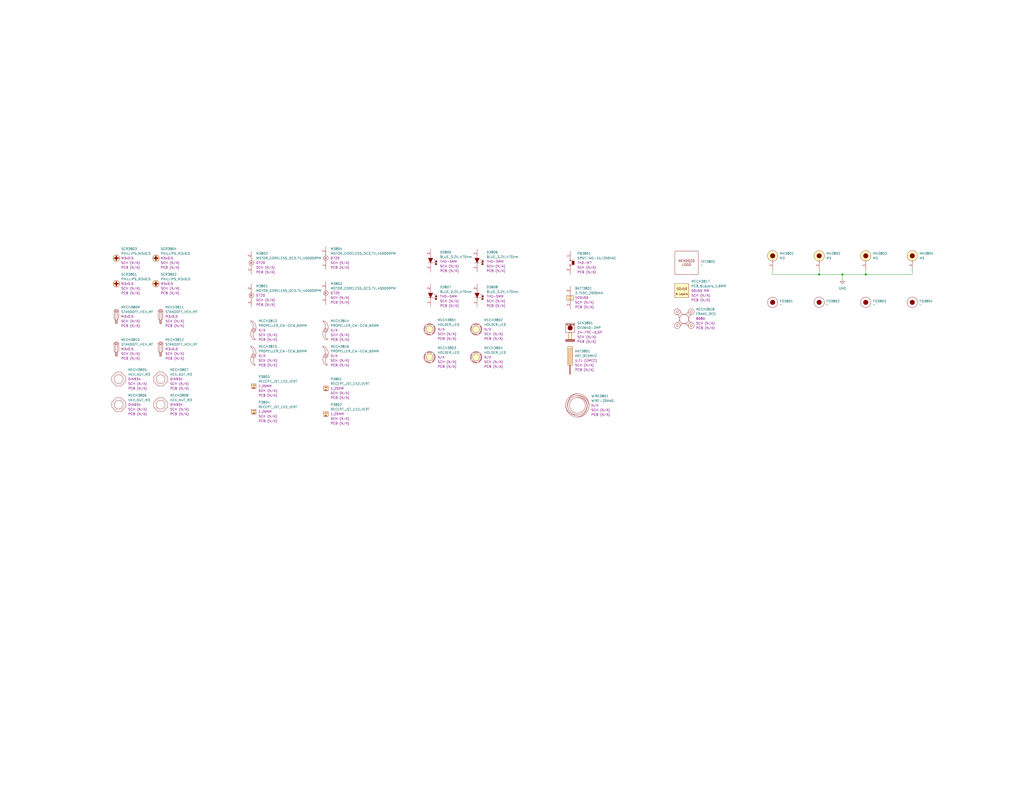
<source format=kicad_sch>
(kicad_sch (version 20231120) (generator "eeschema") (generator_version "8.0")
  (paper "C")
  (title_block (title "_HW_Quadcopter") (date "2024-03-27") (rev "01") (company "Mend0z0") (comment 1 "01") (comment 2 "RELEASED") (comment 3 "Siavash Taher Parvar") (comment 8 "N/A") (comment 9 "First Version"))
  (junction (at 459.74 149.86))
  (junction (at 472.44 149.86))
  (junction (at 447.04 149.86))
  (wire (pts (xy 421.64 149.86) (xy 421.64 147.32)))
  (wire (pts (xy 472.44 147.32) (xy 472.44 149.86)))
  (wire (pts (xy 459.74 149.86) (xy 459.74 152.4)))
  (wire (pts (xy 447.04 149.86) (xy 421.64 149.86)))
  (wire (pts (xy 459.74 149.86) (xy 447.04 149.86)))
  (wire (pts (xy 447.04 147.32) (xy 447.04 149.86)))
  (wire (pts (xy 497.84 149.86) (xy 472.44 149.86)))
  (wire (pts (xy 472.44 149.86) (xy 459.74 149.86)))
  (wire (pts (xy 497.84 147.32) (xy 497.84 149.86)))
  (symbol (lib_id "_SCHLIB_Qcopter:MECH_SPST_PUSHBUTTON_1A/250VAC_M7") (at 311.15 137.16 270) (unit 1) (on_board no)
    (property "Reference" "PB3801" (at 314.96 138.4299 90) (effects (justify left)))
    (property "Value" "SPST-NO-1A/250VAC" (at 314.96 140.9699 90) (effects (justify left)))
    (property "Datasheet" "N/A" (effects (hide yes)))
    (property "Description" "DMWD 12-Pack 1A 250VAC 7mm Mini Momentary Push Button Switch 2Pins with Pre-soldered Wire SPST Normal Open NO Micro Switch (6pcs Black+6pcs Red)" (effects (hide yes)))
    (property "Package" "THD-M7" (at 314.96 143.5099 90) (effects (justify left)))
    (property "Part Number (Manufacturer)" "N/A" (effects (hide yes)))
    (property "Manufacturer" "N/A" (effects (hide yes)))
    (property "Part Number (Vendor)" "N/A" (effects (hide yes)))
    (property "Vendor" "Amazon" (effects (hide yes)))
    (property "Purchase Link" "https://www.amazon.ca/gp/product/B0BHCLHNKR/ref=ppx_yo_dt_b_asin_title_o00_s00?ie=UTF8&th=1" (effects (hide yes)))
    (property "SCH CHECK" "SCH (N/A)" (at 314.96 146.0499 90) (effects (justify left)))
    (property "PCB CHECK" "PCB (N/A)" (at 314.96 148.5899 90) (effects (justify left)))
  )
  (symbol (lib_id "_SCHLIB_Qcopter:MECH_MH_M3") (at 447.04 147.32 90) (unit 1) (in_bom no)
    (property "Reference" "MH3802" (at 450.85 138.4299 90) (effects (justify right)))
    (property "Value" "M3" (at 450.85 140.9699 90) (effects (justify right)))
    (property "Footprint" "MountingHole:MountingHole_3.2mm_M3_DIN965_Pad_TopBottom" (effects (hide yes)))
  )
  (symbol (lib_id "_SCHLIB_Qcopter:MECH_SEN_IMAGE_OV2640_1600x1200_24-FPC-0.5P") (at 308.61 176.53 0) (unit 1) (on_board no)
    (property "Reference" "SEN3801" (at 314.96 176.4029 0) (effects (justify left)))
    (property "Value" "OV2640-2MP" (at 314.96 178.9429 0) (effects (justify left)))
    (property "Datasheet" "http://www.uctronics.com/download/OV2640_DS.pdf" (effects (hide yes)))
    (property "Description" "OV2640 Color CMOS UXGA (2.0 MegaPixel) CAMERACHIP TM Sensor with OmniPixel2 Technology" (effects (hide yes)))
    (property "Package" "24-FPC-0.5P" (at 314.96 181.4829 0) (effects (justify left)))
    (property "Part Number (Manufacturer)" "OV2640" (effects (hide yes)))
    (property "Manufacturer" "ArduCam" (effects (hide yes)))
    (property "Part Number (Vendor)" "N/A" (effects (hide yes)))
    (property "Vendor" "Amazon" (effects (hide yes)))
    (property "Purchase Link" "https://www.amazon.ca/2PCS-OV2640-200W-Pixels-Module/dp/B0CS33Z1WN/ref=sr_1_2_sspa?crid=29H6TFJWFIXS1&dib=eyJ2IjoiMSJ9.e8KftBXN4yh9TMF4yHu5rO3WizhfEZ8fkocqLgX6z9Qvh_2V9Hf7-bax1QrR13DPjW8xJET_knn9uQNpQeoP8fEdYby12yCVp6NCnSCMdVg3RG1RyKfdXHtE0wcuqrtG91ZbIvqjVp0rBDHYxf1Ypl4tMoqhvJhzZBYgCxvR4U5Q-6VdEXoH3542M8BCvESaa6EBt2AaRS26Sr7kHqL--0Wx0sDCbfbzyseaSl5QRg7PvA6FGkrrIITSyYPJqivgMJWo3MMFqBbLbYYEetRHyo4K2fOQDxjbtPtzPXflNug.KKS36mG9HsUj4gLbEktt-vfxlfCY2vBHesUayDkSkJs&dib_tag=se&keywords=ov2640&qid=1711570131&s=industrial&sprefix=ov2640%2Cindustrial%2C81&sr=1-2-spons&sp_csd=d2lkZ2V0TmFtZT1zcF9hdGY&psc=1" (effects (hide yes)))
    (property "SCH CHECK" "SCH (N/A)" (at 314.96 184.0229 0) (effects (justify left)))
    (property "PCB CHECK" "PCB (N/A)" (at 314.96 186.5629 0) (effects (justify left)))
  )
  (symbol (lib_id "_SCHLIB_Qcopter:MECH_PROPELLER_CW-CCW_65MM") (at 175.26 185.42 90) (unit 1) (on_board no)
    (property "Reference" "MECH3814" (at 180.34 175.2599 90) (effects (justify right)))
    (property "Value" "PROPELLER_CW-CCW_65MM" (at 180.34 177.7999 90) (effects (justify right)))
    (property "Datasheet" "N/A" (effects (hide yes)))
    (property "Description" "RC Propellers 65mm CW CCW 2-Vane for 720 8520 Coreless Motor FPV Quadcopter Racer Drone Miniquads, Black Orange 4 Pairs" (effects (hide yes)))
    (property "Package" "N/A" (at 180.34 180.3399 90) (effects (justify right)))
    (property "Part Number (Manufacturer)" "N/A" (effects (hide yes)))
    (property "Manufacturer" "N/A" (effects (hide yes)))
    (property "Part Number (Vendor)" "N/A" (effects (hide yes)))
    (property "Vendor" "Amazon" (effects (hide yes)))
    (property "Purchase Link" "https://www.amazon.ca/XYWHPGV-Propellers-Coreless-Quadcopter-Miniquads/dp/B0CQLT4QXM/ref=sr_1_49?dib=eyJ2IjoiMSJ9.nFFVyHp8aFDzN2nlDarcejHvsw2ElnQaoT5Wlidi1XrNHQ2Nw_bZJdirOHPf8rYkg_SAmaNCfHEjDAAKTWOL5A5kv-Ywfj8DF4jUyDDEME8I6Qs7BUnX2nWq1O7Q_ssgPJz6_EesTWYf_0oIemqBHH6AKPT-lgg1lcZXjwBBEOn836gJz4PrhQZTkYhUApKKGRq__dPVGT8aqGgMZXexwvCqZf0UureSaDdEufAv2ulWhYNgRAzRAxVq4YYE9UNWIHcZIyQ7XxX7eoBbmQc5OWgTbuNpXTMbTLt7qrMf2lw.IRylcAQcJakygQaDl3AZJAr5XmzhgGQRxMXpRIk6aME&dib_tag=se&keywords=0720+coreless+motor+propeller&qid=1711571090&sr=8-49" (effects (hide yes)))
    (property "SCH CHECK" "SCH (N/A)" (at 180.34 182.8799 90) (effects (justify right)))
    (property "PCB CHECK" "PCB (N/A)" (at 180.34 185.4199 90) (effects (justify right)))
  )
  (symbol (lib_id "_SCHLIB_Qcopter:MECH_STANDOFF_HEX_M3x0.5_MALE-FEMALE_BRASS_16MM") (at 86.36 168.91 0) (unit 1) (on_board no)
    (property "Reference" "MECH3811" (at 90.17 167.7451 0) (effects (justify left)))
    (property "Value" "STANDOFF_HEX_MF" (at 90.17 170.2851 0) (effects (justify left)))
    (property "Datasheet" "http://www.assmann-wsw.com/uploads/datasheets/ASS_0912_HS.pdf" (effects (hide yes)))
    (property "Description" "Hex Standoff Threaded M3x0.5 Brass 0.315\" (8.00mm)" (effects (hide yes)))
    (property "Package" "M3x0.5" (at 90.17 172.8251 0) (effects (justify left)))
    (property "Part Number (Manufacturer)" "V6621B" (effects (hide yes)))
    (property "Manufacturer" "Assmann WSW Components" (effects (hide yes)))
    (property "Part Number (Vendor)" "AE10787-ND" (effects (hide yes)))
    (property "Vendor" "Digikey" (effects (hide yes)))
    (property "Purchase Link" "https://www.digikey.ca/en/products/detail/assmann-wsw-components/V6621B/3511465" (effects (hide yes)))
    (property "SCH CHECK" "SCH (N/A)" (at 90.17 175.3651 0) (effects (justify left)))
    (property "PCB CHECK" "PCB (N/A)" (at 90.17 177.9051 0) (effects (justify left)))
  )
  (symbol (lib_id "_SCHLIB_Qcopter:MECH_FRAME_RED_8080") (at 367.03 167.64 0) (unit 1) (on_board no)
    (property "Reference" "MECH3818" (at 379.73 168.9099 0) (effects (justify left)))
    (property "Value" "FRAME_RED" (at 379.73 171.4499 0) (effects (justify left)))
    (property "Datasheet" "N/A" (effects (hide yes)))
    (property "Description" "QCopter Frame 3D Printed 80x80MM" (effects (hide yes)))
    (property "Package" "8080" (at 379.73 173.9899 0) (effects (justify left)))
    (property "Part Number (Manufacturer)" "N/A" (effects (hide yes)))
    (property "Manufacturer" "N/A" (effects (hide yes)))
    (property "Part Number (Vendor)" "N/A" (effects (hide yes)))
    (property "Vendor" "N/A" (effects (hide yes)))
    (property "Purchase Link" "N/A" (effects (hide yes)))
    (property "SCH CHECK" "SCH (N/A)" (at 379.73 176.5299 0) (effects (justify left)))
    (property "PCB CHECK" "PCB (N/A)" (at 379.73 179.0699 0) (effects (justify left)))
  )
  (symbol (lib_id "_SCHLIB_Qcopter:MECH_HOLDER_LED 5MM_BLACK") (at 231.14 176.53 0) (unit 1) (on_board no)
    (property "Reference" "MECH3801" (at 238.76 174.7519 0) (effects (justify left)))
    (property "Value" "HOLDER_LED" (at 238.76 177.2919 0) (effects (justify left)))
    (property "Datasheet" "N/A" (effects (hide yes)))
    (property "Description" "Light Holder Shell Plastic Lamp Socket Diode Holder Shell Clip Bezel Mount 5mm LED Holders Panel Display Black" (effects (hide yes)))
    (property "Package" "N/A" (at 238.76 179.8319 0) (effects (justify left)))
    (property "Part Number (Manufacturer)" "N/A" (effects (hide yes)))
    (property "Manufacturer" "N/A" (effects (hide yes)))
    (property "Part Number (Vendor)" "N/A" (effects (hide yes)))
    (property "Vendor" "Amazon" (effects (hide yes)))
    (property "Purchase Link" "https://www.amazon.ca/dp/B07QL8BWCM?psc=1&ref=ppx_yo2ov_dt_b_product_details" (effects (hide yes)))
    (property "SCH CHECK" "SCH (N/A)" (at 238.76 182.3719 0) (effects (justify left)))
    (property "PCB CHECK" "PCB (N/A)" (at 238.76 184.9119 0) (effects (justify left)))
  )
  (symbol (lib_id "_SCHLIB_Qcopter:MECH_FD") (at 468.63 161.29 0) (unit 1) (in_bom no)
    (property "Reference" "FD3803" (at 476.25 164.4649 0) (effects (justify left)))
    (property "Value" "~" (at 476.25 166.37 0) (effects (justify left)))
    (property "Footprint" "Fiducial:Fiducial_0.5mm_Mask1mm" (effects (hide yes)))
    (property "Description" "FIDUCIAL POINT 0.5MM DIA WITH 1MM MASK" (effects (hide yes)))
  )
  (symbol (lib_id "_SCHLIB_Qcopter:MECH_STANDOFF_HEX_M3x0.5_MALE-FEMALE_BRASS_16MM") (at 62.23 186.69 0) (unit 1) (on_board no)
    (property "Reference" "MECH3810" (at 66.04 185.5251 0) (effects (justify left)))
    (property "Value" "STANDOFF_HEX_MF" (at 66.04 188.0651 0) (effects (justify left)))
    (property "Datasheet" "http://www.assmann-wsw.com/uploads/datasheets/ASS_0912_HS.pdf" (effects (hide yes)))
    (property "Description" "Hex Standoff Threaded M3x0.5 Brass 0.315\" (8.00mm)" (effects (hide yes)))
    (property "Package" "M3x0.5" (at 66.04 190.6051 0) (effects (justify left)))
    (property "Part Number (Manufacturer)" "V6621B" (effects (hide yes)))
    (property "Manufacturer" "Assmann WSW Components" (effects (hide yes)))
    (property "Part Number (Vendor)" "AE10787-ND" (effects (hide yes)))
    (property "Vendor" "Digikey" (effects (hide yes)))
    (property "Purchase Link" "https://www.digikey.ca/en/products/detail/assmann-wsw-components/V6621B/3511465" (effects (hide yes)))
    (property "SCH CHECK" "SCH (N/A)" (at 66.04 193.1451 0) (effects (justify left)))
    (property "PCB CHECK" "PCB (N/A)" (at 66.04 195.6851 0) (effects (justify left)))
  )
  (symbol (lib_id "_SCHLIB_Qcopter:MECH_PROPELLER_CW-CCW_65MM") (at 175.26 199.39 90) (unit 1) (on_board no)
    (property "Reference" "MECH3816" (at 180.34 189.2299 90) (effects (justify right)))
    (property "Value" "PROPELLER_CW-CCW_65MM" (at 180.34 191.7699 90) (effects (justify right)))
    (property "Datasheet" "N/A" (effects (hide yes)))
    (property "Description" "RC Propellers 65mm CW CCW 2-Vane for 720 8520 Coreless Motor FPV Quadcopter Racer Drone Miniquads, Black Orange 4 Pairs" (effects (hide yes)))
    (property "Package" "N/A" (at 180.34 194.3099 90) (effects (justify right)))
    (property "Part Number (Manufacturer)" "N/A" (effects (hide yes)))
    (property "Manufacturer" "N/A" (effects (hide yes)))
    (property "Part Number (Vendor)" "N/A" (effects (hide yes)))
    (property "Vendor" "Amazon" (effects (hide yes)))
    (property "Purchase Link" "https://www.amazon.ca/XYWHPGV-Propellers-Coreless-Quadcopter-Miniquads/dp/B0CQLT4QXM/ref=sr_1_49?dib=eyJ2IjoiMSJ9.nFFVyHp8aFDzN2nlDarcejHvsw2ElnQaoT5Wlidi1XrNHQ2Nw_bZJdirOHPf8rYkg_SAmaNCfHEjDAAKTWOL5A5kv-Ywfj8DF4jUyDDEME8I6Qs7BUnX2nWq1O7Q_ssgPJz6_EesTWYf_0oIemqBHH6AKPT-lgg1lcZXjwBBEOn836gJz4PrhQZTkYhUApKKGRq__dPVGT8aqGgMZXexwvCqZf0UureSaDdEufAv2ulWhYNgRAzRAxVq4YYE9UNWIHcZIyQ7XxX7eoBbmQc5OWgTbuNpXTMbTLt7qrMf2lw.IRylcAQcJakygQaDl3AZJAr5XmzhgGQRxMXpRIk6aME&dib_tag=se&keywords=0720+coreless+motor+propeller&qid=1711571090&sr=8-49" (effects (hide yes)))
    (property "SCH CHECK" "SCH (N/A)" (at 180.34 196.8499 90) (effects (justify right)))
    (property "PCB CHECK" "PCB (N/A)" (at 180.34 199.3899 90) (effects (justify right)))
  )
  (symbol (lib_id "_SCHLIB_Qcopter:MECH_ANT_915MHz_PCB Trace RF_U.FL (UMCC)") (at 309.88 204.47 90) (unit 1) (on_board no)
    (property "Reference" "ANT3801" (at 313.69 191.7699 90) (effects (justify right)))
    (property "Value" "ANT_915MHZ" (at 313.69 194.3099 90) (effects (justify right)))
    (property "Datasheet" "https://www.molex.com/webdocs/datasheets/pdf/en-us/2111400100_ANTENNAS.pdf" (effects (hide yes)))
    (property "Description" "869MHz, 915MHz ISM, LoRa, LPWAN, Sigfox, Zigbee™ PCB Trace RF Antenna 868MHz ~ 870MHz, 902MHz ~ 928MHz 0.3dBi, 1dBi U.FL (UMCC), IPEX MHF1 Adhesive" (effects (hide yes)))
    (property "Package" "U.FL (UMCC)" (at 313.69 196.8499 90) (effects (justify right)))
    (property "Part Number (Manufacturer)" "2111400100" (effects (hide yes)))
    (property "Manufacturer" "Molex" (effects (hide yes)))
    (property "Part Number (Vendor)" "WM25681-ND" (effects (hide yes)))
    (property "Vendor" "Digikey" (effects (hide yes)))
    (property "Purchase Link" "https://www.digikey.ca/en/products/detail/molex/2111400100/9953925" (effects (hide yes)))
    (property "SCH CHECK" "SCH (N/A)" (at 313.69 199.3899 90) (effects (justify right)))
    (property "PCB CHECK" "PCB (N/A)" (at 313.69 201.9299 90) (effects (justify right)))
  )
  (symbol (lib_id "_SCHLIB_Qcopter:MECH_MOTOR_CORELESS_DC_3.7V_45000 RPM_D07MM-H20MM") (at 137.16 149.86 90) (unit 1) (on_board no)
    (property "Reference" "M3803" (at 139.7 138.4299 90) (effects (justify right)))
    (property "Value" "MOTOR_CORELESS_DC3.7V_45000RPM" (at 139.7 140.9699 90) (effects (justify right)))
    (property "Datasheet" "N/A" (effects (hide yes)))
    (property "Description" "DC 3.7V 720 720 mm Helicopter Coreless DC Motor Mini Great Torque 45000 RPM" (effects (hide yes)))
    (property "Package" "0720" (at 139.7 143.5099 90) (effects (justify right)))
    (property "Part Number (Manufacturer)" "N/A" (effects (hide yes)))
    (property "Manufacturer" "N/A" (effects (hide yes)))
    (property "Part Number (Vendor)" "N/A" (effects (hide yes)))
    (property "Vendor" "Amazon" (effects (hide yes)))
    (property "Purchase Link" "https://www.amazon.ca/Helicopter-Coreless-Motor-Torque-Propeller/dp/B01HXSNSQO/ref=sr_1_7?crid=2GZRK6G38UMQQ&dib=eyJ2IjoiMSJ9.6AyO2ccmEqLRdU-RGgukZFUL8a-kmv4YkQWditDUQOJpaYKgdYr_30ZR6YcZskp2V2vMmg6AeLR-e1OydE6MrbYSjVkRF9OZgumksYo2M1-Bery224_ohW_0GohuYUtuCavXt4-dRaw44COXK4pTUg_QXHTcxYhrBe8Kd0TmTMZ7QgRxX4QgkOMh4vDXzxqxmi5-zlBI6uHoZyGhU00nZ1grwsvNTDHK0_L_B_IYABe1aCeXH2Q7EA1KGkz443PhP2qjHnfl3k49-6MWVoQBob06KvWZKlWRKpOsJA9tLZE.ZpNZav8ejF2jnxieNiHjrr75-nZjKk-0iZquuP3XNSA&dib_tag=se&keywords=coreless+motor&qid=1711570660&s=industrial&sprefix=coreless+motor%2Cindustrial%2C74&sr=1-7" (effects (hide yes)))
    (property "SCH CHECK" "SCH (N/A)" (at 139.7 146.0499 90) (effects (justify right)))
    (property "PCB CHECK" "PCB (N/A)" (at 139.7 148.5899 90) (effects (justify right)))
  )
  (symbol (lib_id "_SCHLIB_Qcopter:MECH_PCB_6Layers_1.6MM_50x50") (at 368.3 154.94 0) (unit 1) (on_board no)
    (property "Reference" "MECH3817" (at 377.19 153.6699 0) (effects (justify left)))
    (property "Value" "PCB_6Layers_1.6MM" (at 377.19 156.2099 0) (effects (justify left)))
    (property "Datasheet" "N/A" (effects (hide yes)))
    (property "Description" "6Layers PCB_1.6MM_SM-GREEN_LEGEND-WHITE_50x50MM" (effects (hide yes)))
    (property "Package" "50x50 MM" (at 377.19 158.7499 0) (effects (justify left)))
    (property "Part Number (Manufacturer)" "N/A" (effects (hide yes)))
    (property "Manufacturer" "N/A" (effects (hide yes)))
    (property "Part Number (Vendor)" "N/A" (effects (hide yes)))
    (property "Vendor" "N/A" (effects (hide yes)))
    (property "Purchase Link" "N/A" (effects (hide yes)))
    (property "SCH CHECK" "SCH (N/A)" (at 377.19 161.2899 0) (effects (justify left)))
    (property "PCB CHECK" "PCB (N/A)" (at 377.19 163.8299 0) (effects (justify left)))
  )
  (symbol (lib_id "_SCHLIB_Qcopter:MECH_SCREW_Philips_Steel_M3x0.5_10MM") (at 63.5 154.94 0) (unit 1) (on_board no)
    (property "Reference" "SCR3801" (at 66.04 149.8599 0) (effects (justify left)))
    (property "Value" "PHILLIPS_M3x0.5" (at 66.04 152.3999 0) (effects (justify left)))
    (property "Datasheet" "http://www.amphenolaudio.com/wp-content/uploads/2016/10/52500016300112.pdf" (effects (hide yes)))
    (property "Description" "M3x0.5 Pan Head Machine Screw Phillips Drive Steel" (effects (hide yes)))
    (property "Package" "M3x0.5" (at 66.04 154.9399 0) (effects (justify left)))
    (property "Part Number (Manufacturer)" "52500016-400" (effects (hide yes)))
    (property "Manufacturer" "Amphenol Audio" (effects (hide yes)))
    (property "Part Number (Vendor)" "889-52500016-400-ND" (effects (hide yes)))
    (property "Vendor" "Digikey" (effects (hide yes)))
    (property "Purchase Link" "https://www.digikey.ca/en/products/detail/amphenol-sine-systems-corp/52500016-400/10443354" (effects (hide yes)))
    (property "SCH CHECK" "SCH (N/A)" (at 66.04 157.4799 0) (effects (justify left)))
    (property "PCB CHECK" "PCB (N/A)" (at 66.04 160.0199 0) (effects (justify left)))
  )
  (symbol (lib_id "_SCHLIB_Qcopter:MECH_CONN_RECEPT_JST_1X2_VERT_1.25MM") (at 137.16 209.55 0) (unit 1) (on_board no)
    (property "Reference" "P3803" (at 140.97 205.7399 0) (effects (justify left)))
    (property "Value" "RECEPT_JST_1X2_VERT" (at 140.97 208.2799 0) (effects (justify left)))
    (property "Datasheet" "N/A" (effects (hide yes)))
    (property "Description" "Micro 1.25mm JST 2 Pin Male and Female Connector Plug with 10cm Wire Cable" (effects (hide yes)))
    (property "Package" "1.25MM" (at 140.97 210.8199 0) (effects (justify left)))
    (property "Part Number (Manufacturer)" "N/A" (effects (hide yes)))
    (property "Manufacturer" "N/A" (effects (hide yes)))
    (property "Part Number (Vendor)" "N/A" (effects (hide yes)))
    (property "Vendor" "Amazon" (effects (hide yes)))
    (property "Purchase Link" "https://www.amazon.ca/Acogedor-Micro-1-25mm-Female-Connector/dp/B07GQY53ZQ/ref=sr_1_9?crid=1NV5TGA5CMQPN&dib=eyJ2IjoiMSJ9.k9eX2Yq-jxVNGACDedyqqqIfMp6tgs9WuuPS15zF67fnlKXKxxWglrNuOCMgIcAah-xVkigkmgy4n3xR8X8t-mzh4vF_AtsO5DbVi-AEG9P07FZrA_eSv3n8RMGW-d-UZpdILo60iF_A_YCyppCNjFp5KkZa_CNaz9nMvYiyQYFAX0UO_6DAMDhtADBAiu5UumKl1lNS2VRzsKU9eatyq02xXlt2jQlpMMDvpkPj-xHCiFBwUBO-HrH6ePFUR33J0_x6hjsUEVIHHvFVOwywVja_L8-lUP-7BDI3cVYNAqs.-A8s6a7Nwf-eWQBKZaKmsm55Y0rpCqFvn6F0GDg7Pf8&dib_tag=se&keywords=JST+Female&qid=1711578301&s=industrial&sprefix=jst+female%2Cindustrial%2C67&sr=1-9" (effects (hide yes)))
    (property "SCH CHECK" "SCH (N/A)" (at 140.97 213.3599 0) (effects (justify left)))
    (property "PCB CHECK" "PCB (N/A)" (at 140.97 215.8999 0) (effects (justify left)))
  )
  (symbol (lib_id "_SCHLIB_Qcopter:MECH_HOLDER_LED 5MM_BLACK") (at 231.14 191.77 0) (unit 1) (on_board no)
    (property "Reference" "MECH3803" (at 238.76 189.9919 0) (effects (justify left)))
    (property "Value" "HOLDER_LED" (at 238.76 192.5319 0) (effects (justify left)))
    (property "Datasheet" "N/A" (effects (hide yes)))
    (property "Description" "Light Holder Shell Plastic Lamp Socket Diode Holder Shell Clip Bezel Mount 5mm LED Holders Panel Display Black" (effects (hide yes)))
    (property "Package" "N/A" (at 238.76 195.0719 0) (effects (justify left)))
    (property "Part Number (Manufacturer)" "N/A" (effects (hide yes)))
    (property "Manufacturer" "N/A" (effects (hide yes)))
    (property "Part Number (Vendor)" "N/A" (effects (hide yes)))
    (property "Vendor" "Amazon" (effects (hide yes)))
    (property "Purchase Link" "https://www.amazon.ca/dp/B07QL8BWCM?psc=1&ref=ppx_yo2ov_dt_b_product_details" (effects (hide yes)))
    (property "SCH CHECK" "SCH (N/A)" (at 238.76 197.6119 0) (effects (justify left)))
    (property "PCB CHECK" "PCB (N/A)" (at 238.76 200.1519 0) (effects (justify left)))
  )
  (symbol (lib_id "_SCHLIB_Qcopter:MECH_CONN_RECEPT_JST_1X2_VERT_1.25MM") (at 176.53 210.82 0) (unit 1) (on_board no)
    (property "Reference" "P3801" (at 180.34 207.0099 0) (effects (justify left)))
    (property "Value" "RECEPT_JST_1X2_VERT" (at 180.34 209.5499 0) (effects (justify left)))
    (property "Datasheet" "N/A" (effects (hide yes)))
    (property "Description" "Micro 1.25mm JST 2 Pin Male and Female Connector Plug with 10cm Wire Cable" (effects (hide yes)))
    (property "Package" "1.25MM" (at 180.34 212.0899 0) (effects (justify left)))
    (property "Part Number (Manufacturer)" "N/A" (effects (hide yes)))
    (property "Manufacturer" "N/A" (effects (hide yes)))
    (property "Part Number (Vendor)" "N/A" (effects (hide yes)))
    (property "Vendor" "Amazon" (effects (hide yes)))
    (property "Purchase Link" "https://www.amazon.ca/Acogedor-Micro-1-25mm-Female-Connector/dp/B07GQY53ZQ/ref=sr_1_9?crid=1NV5TGA5CMQPN&dib=eyJ2IjoiMSJ9.k9eX2Yq-jxVNGACDedyqqqIfMp6tgs9WuuPS15zF67fnlKXKxxWglrNuOCMgIcAah-xVkigkmgy4n3xR8X8t-mzh4vF_AtsO5DbVi-AEG9P07FZrA_eSv3n8RMGW-d-UZpdILo60iF_A_YCyppCNjFp5KkZa_CNaz9nMvYiyQYFAX0UO_6DAMDhtADBAiu5UumKl1lNS2VRzsKU9eatyq02xXlt2jQlpMMDvpkPj-xHCiFBwUBO-HrH6ePFUR33J0_x6hjsUEVIHHvFVOwywVja_L8-lUP-7BDI3cVYNAqs.-A8s6a7Nwf-eWQBKZaKmsm55Y0rpCqFvn6F0GDg7Pf8&dib_tag=se&keywords=JST+Female&qid=1711578301&s=industrial&sprefix=jst+female%2Cindustrial%2C67&sr=1-9" (effects (hide yes)))
    (property "SCH CHECK" "SCH (N/A)" (at 180.34 214.6299 0) (effects (justify left)))
    (property "PCB CHECK" "PCB (N/A)" (at 180.34 217.1699 0) (effects (justify left)))
  )
  (symbol (lib_id "_SCHLIB_Qcopter:MECH_HOLDER_LED 5MM_BLACK") (at 256.54 176.53 0) (unit 1) (on_board no)
    (property "Reference" "MECH3802" (at 264.16 174.7519 0) (effects (justify left)))
    (property "Value" "HOLDER_LED" (at 264.16 177.2919 0) (effects (justify left)))
    (property "Datasheet" "N/A" (effects (hide yes)))
    (property "Description" "Light Holder Shell Plastic Lamp Socket Diode Holder Shell Clip Bezel Mount 5mm LED Holders Panel Display Black" (effects (hide yes)))
    (property "Package" "N/A" (at 264.16 179.8319 0) (effects (justify left)))
    (property "Part Number (Manufacturer)" "N/A" (effects (hide yes)))
    (property "Manufacturer" "N/A" (effects (hide yes)))
    (property "Part Number (Vendor)" "N/A" (effects (hide yes)))
    (property "Vendor" "Amazon" (effects (hide yes)))
    (property "Purchase Link" "https://www.amazon.ca/dp/B07QL8BWCM?psc=1&ref=ppx_yo2ov_dt_b_product_details" (effects (hide yes)))
    (property "SCH CHECK" "SCH (N/A)" (at 264.16 182.3719 0) (effects (justify left)))
    (property "PCB CHECK" "PCB (N/A)" (at 264.16 184.9119 0) (effects (justify left)))
  )
  (symbol (lib_id "_SCHLIB_Qcopter:MECH_FD") (at 494.03 161.29 0) (unit 1) (in_bom no)
    (property "Reference" "FD3804" (at 501.65 164.4649 0) (effects (justify left)))
    (property "Value" "~" (at 501.65 166.37 0) (effects (justify left)))
    (property "Footprint" "Fiducial:Fiducial_0.5mm_Mask1mm" (effects (hide yes)))
    (property "Description" "FIDUCIAL POINT 0.5MM DIA WITH 1MM MASK" (effects (hide yes)))
  )
  (symbol (lib_id "_SCHLIB_Qcopter:MECH_SCREW_Philips_Steel_M3x0.5_10MM") (at 85.09 140.97 0) (unit 1) (on_board no)
    (property "Reference" "SCR3804" (at 87.63 135.8899 0) (effects (justify left)))
    (property "Value" "PHILLIPS_M3x0.5" (at 87.63 138.4299 0) (effects (justify left)))
    (property "Datasheet" "http://www.amphenolaudio.com/wp-content/uploads/2016/10/52500016300112.pdf" (effects (hide yes)))
    (property "Description" "M3x0.5 Pan Head Machine Screw Phillips Drive Steel" (effects (hide yes)))
    (property "Package" "M3x0.5" (at 87.63 140.9699 0) (effects (justify left)))
    (property "Part Number (Manufacturer)" "52500016-400" (effects (hide yes)))
    (property "Manufacturer" "Amphenol Audio" (effects (hide yes)))
    (property "Part Number (Vendor)" "889-52500016-400-ND" (effects (hide yes)))
    (property "Vendor" "Digikey" (effects (hide yes)))
    (property "Purchase Link" "https://www.digikey.ca/en/products/detail/amphenol-sine-systems-corp/52500016-400/10443354" (effects (hide yes)))
    (property "SCH CHECK" "SCH (N/A)" (at 87.63 143.5099 0) (effects (justify left)))
    (property "PCB CHECK" "PCB (N/A)" (at 87.63 146.0499 0) (effects (justify left)))
  )
  (symbol (lib_id "_SCHLIB_Qcopter:MECH_SCREW_Philips_Steel_M3x0.5_10MM") (at 85.09 154.94 0) (unit 1) (on_board no)
    (property "Reference" "SCR3802" (at 87.63 149.8599 0) (effects (justify left)))
    (property "Value" "PHILLIPS_M3x0.5" (at 87.63 152.3999 0) (effects (justify left)))
    (property "Datasheet" "http://www.amphenolaudio.com/wp-content/uploads/2016/10/52500016300112.pdf" (effects (hide yes)))
    (property "Description" "M3x0.5 Pan Head Machine Screw Phillips Drive Steel" (effects (hide yes)))
    (property "Package" "M3x0.5" (at 87.63 154.9399 0) (effects (justify left)))
    (property "Part Number (Manufacturer)" "52500016-400" (effects (hide yes)))
    (property "Manufacturer" "Amphenol Audio" (effects (hide yes)))
    (property "Part Number (Vendor)" "889-52500016-400-ND" (effects (hide yes)))
    (property "Vendor" "Digikey" (effects (hide yes)))
    (property "Purchase Link" "https://www.digikey.ca/en/products/detail/amphenol-sine-systems-corp/52500016-400/10443354" (effects (hide yes)))
    (property "SCH CHECK" "SCH (N/A)" (at 87.63 157.4799 0) (effects (justify left)))
    (property "PCB CHECK" "PCB (N/A)" (at 87.63 160.0199 0) (effects (justify left)))
  )
  (symbol (lib_id "_SCHLIB_Qcopter:MECH_MH_M3") (at 421.64 147.32 90) (unit 1) (in_bom no)
    (property "Reference" "MH3801" (at 425.45 138.4299 90) (effects (justify right)))
    (property "Value" "M3" (at 425.45 140.9699 90) (effects (justify right)))
    (property "Footprint" "MountingHole:MountingHole_3.2mm_M3_DIN965_Pad_TopBottom" (effects (hide yes)))
  )
  (symbol (lib_id "_SCHLIB_Qcopter:MECH_DIODE_LED_BLUE_3.2V_20mA_470nm_THD-5MM") (at 260.35 154.94 270) (unit 1) (on_board no)
    (property "Reference" "D3808" (at 265.43 156.7814 90) (effects (justify left)))
    (property "Value" "BLUE_3.2V_470nm" (at 265.43 159.3214 90) (effects (justify left)))
    (property "Footprint" "LED_THT:LED_D5.0mm" (effects (hide yes)))
    (property "Datasheet" "https://www.we-online.com/katalog/datasheet/151051BS04000.pdf" (effects (hide yes)))
    (property "Description" "Blue 470nm LED Indication - Discrete 3.2V Radial" (effects (hide yes)))
    (property "Package" "THD-5MM" (at 265.43 161.8614 90) (effects (justify left)))
    (property "Part Number (Manufacturer)" "151051BS04000" (effects (hide yes)))
    (property "Manufacturer" "Würth Elektronik" (effects (hide yes)))
    (property "Part Number (Vendor)" "732-5015-ND" (effects (hide yes)))
    (property "Vendor" "Digikey" (effects (hide yes)))
    (property "Purchase Link" "https://www.digikey.ca/en/products/detail/w%C3%BCrth-elektronik/151051BS04000/4490009" (effects (hide yes)))
    (property "SCH CHECK" "SCH (N/A)" (at 265.43 164.4014 90) (effects (justify left)))
    (property "PCB CHECK" "PCB (N/A)" (at 265.43 166.9414 90) (effects (justify left)))
  )
  (symbol (lib_id "_SCHLIB_Qcopter:MECH_NUT_HEX_M3_STAINLESS STEEL_DIN934") (at 83.82 217.17 0) (unit 1) (on_board no)
    (property "Reference" "MECH3808" (at 92.71 215.8999 0) (effects (justify left)))
    (property "Value" "HEX_NUT_M3" (at 92.71 218.4399 0) (effects (justify left)))
    (property "Datasheet" "N/A" (effects (hide yes)))
    (property "Description" "M3 Hex Nuts - IMScrews 304 Stainless Steel DIN934 Hex Nuts Pack of 100" (effects (hide yes)))
    (property "Package" "DIN934" (at 92.71 220.9799 0) (effects (justify left)))
    (property "Part Number (Manufacturer)" "N/A" (effects (hide yes)))
    (property "Manufacturer" "N/A" (effects (hide yes)))
    (property "Part Number (Vendor)" "N/A" (effects (hide yes)))
    (property "Vendor" "Amazon" (effects (hide yes)))
    (property "Purchase Link" "https://www.amazon.ca/M3-Hex-Nuts-IMScrews-Stainless/dp/B0CNRQ4GV2/ref=sr_1_12?crid=20T66ATZ1C8YE&dib=eyJ2IjoiMSJ9.PgsW9oLq0GbHh0HMnVQn5e07nI5rGBBr1IKWem4ve8bV9TLNkJVCUKpLhbECAagIwqlLhCZ2ZhPhRzz5v2tFzoRri9tbBziLAF0ipKP5X8TnT_nFGa6KIaB8Daz5zGhCMgybEir6sqD6cZe_ntgxQToQWH_xmSfrWtqMPgoxqWlzVPjbYziBbV3nH7LSisGiTOM-LofHzs6YwvFB7Aofs5cwOoRF7rK7wanZZRYKh0Hhu9u4eJb9_hDSGT_2pD8hwAisRw3c6zH_ndBSf5yDNuw0pJ2aNKm3iemDXM9PFgo.DK-kXxsB0UU4-PJ5Zxf3C18UmguE7bEG1poR9lzJWzc&dib_tag=se&keywords=Hex+nut+m3&qid=1711556227&sprefix=hex+nut+m3%2Caps%2C87&sr=8-12" (effects (hide yes)))
    (property "SCH CHECK" "SCH (N/A)" (at 92.71 223.5199 0) (effects (justify left)))
    (property "PCB CHECK" "PCB (N/A)" (at 92.71 226.0599 0) (effects (justify left)))
  )
  (symbol (lib_id "_SCHLIB_Qcopter:MECH_DIODE_LED_BLUE_3.2V_20mA_470nm_THD-5MM") (at 234.95 135.89 270) (unit 1) (on_board no)
    (property "Reference" "D3805" (at 240.03 137.7314 90) (effects (justify left)))
    (property "Value" "BLUE_3.2V_470nm" (at 240.03 140.2714 90) (effects (justify left)))
    (property "Footprint" "LED_THT:LED_D5.0mm" (effects (hide yes)))
    (property "Datasheet" "https://www.we-online.com/katalog/datasheet/151051BS04000.pdf" (effects (hide yes)))
    (property "Description" "Blue 470nm LED Indication - Discrete 3.2V Radial" (effects (hide yes)))
    (property "Package" "THD-5MM" (at 240.03 142.8114 90) (effects (justify left)))
    (property "Part Number (Manufacturer)" "151051BS04000" (effects (hide yes)))
    (property "Manufacturer" "Würth Elektronik" (effects (hide yes)))
    (property "Part Number (Vendor)" "732-5015-ND" (effects (hide yes)))
    (property "Vendor" "Digikey" (effects (hide yes)))
    (property "Purchase Link" "https://www.digikey.ca/en/products/detail/w%C3%BCrth-elektronik/151051BS04000/4490009" (effects (hide yes)))
    (property "SCH CHECK" "SCH (N/A)" (at 240.03 145.3514 90) (effects (justify left)))
    (property "PCB CHECK" "PCB (N/A)" (at 240.03 147.8914 90) (effects (justify left)))
  )
  (symbol (lib_id "_SCHLIB_Qcopter:MECH_LOGO") (at 368.3 137.16 0) (unit 1) (exclude_from_sim yes) (in_bom no)
    (property "Reference" "TXT3801" (at 382.27 142.8749 0) (effects (justify left)))
    (property "Value" "~" (at 382.27 144.78 0) (effects (justify left)))
    (property "Footprint" "_PCBLIB_Qcopter:LOGO_Mend0z0" (effects (hide yes)))
  )
  (symbol (lib_id "_SCHLIB_Qcopter:MECH_STANDOFF_HEX_M3x0.5_MALE-FEMALE_BRASS_16MM") (at 86.36 186.69 0) (unit 1) (on_board no)
    (property "Reference" "MECH3812" (at 90.17 185.5251 0) (effects (justify left)))
    (property "Value" "STANDOFF_HEX_MF" (at 90.17 188.0651 0) (effects (justify left)))
    (property "Datasheet" "http://www.assmann-wsw.com/uploads/datasheets/ASS_0912_HS.pdf" (effects (hide yes)))
    (property "Description" "Hex Standoff Threaded M3x0.5 Brass 0.315\" (8.00mm)" (effects (hide yes)))
    (property "Package" "M3x0.5" (at 90.17 190.6051 0) (effects (justify left)))
    (property "Part Number (Manufacturer)" "V6621B" (effects (hide yes)))
    (property "Manufacturer" "Assmann WSW Components" (effects (hide yes)))
    (property "Part Number (Vendor)" "AE10787-ND" (effects (hide yes)))
    (property "Vendor" "Digikey" (effects (hide yes)))
    (property "Purchase Link" "https://www.digikey.ca/en/products/detail/assmann-wsw-components/V6621B/3511465" (effects (hide yes)))
    (property "SCH CHECK" "SCH (N/A)" (at 90.17 193.1451 0) (effects (justify left)))
    (property "PCB CHECK" "PCB (N/A)" (at 90.17 195.6851 0) (effects (justify left)))
  )
  (symbol (lib_id "_SCHLIB_Qcopter:MECH_CONN_RECEPT_JST_1X2_VERT_1.25MM") (at 137.16 223.52 0) (unit 1) (on_board no)
    (property "Reference" "P3804" (at 140.97 219.7099 0) (effects (justify left)))
    (property "Value" "RECEPT_JST_1X2_VERT" (at 140.97 222.2499 0) (effects (justify left)))
    (property "Datasheet" "N/A" (effects (hide yes)))
    (property "Description" "Micro 1.25mm JST 2 Pin Male and Female Connector Plug with 10cm Wire Cable" (effects (hide yes)))
    (property "Package" "1.25MM" (at 140.97 224.7899 0) (effects (justify left)))
    (property "Part Number (Manufacturer)" "N/A" (effects (hide yes)))
    (property "Manufacturer" "N/A" (effects (hide yes)))
    (property "Part Number (Vendor)" "N/A" (effects (hide yes)))
    (property "Vendor" "Amazon" (effects (hide yes)))
    (property "Purchase Link" "https://www.amazon.ca/Acogedor-Micro-1-25mm-Female-Connector/dp/B07GQY53ZQ/ref=sr_1_9?crid=1NV5TGA5CMQPN&dib=eyJ2IjoiMSJ9.k9eX2Yq-jxVNGACDedyqqqIfMp6tgs9WuuPS15zF67fnlKXKxxWglrNuOCMgIcAah-xVkigkmgy4n3xR8X8t-mzh4vF_AtsO5DbVi-AEG9P07FZrA_eSv3n8RMGW-d-UZpdILo60iF_A_YCyppCNjFp5KkZa_CNaz9nMvYiyQYFAX0UO_6DAMDhtADBAiu5UumKl1lNS2VRzsKU9eatyq02xXlt2jQlpMMDvpkPj-xHCiFBwUBO-HrH6ePFUR33J0_x6hjsUEVIHHvFVOwywVja_L8-lUP-7BDI3cVYNAqs.-A8s6a7Nwf-eWQBKZaKmsm55Y0rpCqFvn6F0GDg7Pf8&dib_tag=se&keywords=JST+Female&qid=1711578301&s=industrial&sprefix=jst+female%2Cindustrial%2C67&sr=1-9" (effects (hide yes)))
    (property "SCH CHECK" "SCH (N/A)" (at 140.97 227.3299 0) (effects (justify left)))
    (property "PCB CHECK" "PCB (N/A)" (at 140.97 229.8699 0) (effects (justify left)))
  )
  (symbol (lib_id "_SCHLIB_Qcopter:MECH_MOTOR_CORELESS_DC_3.7V_45000 RPM_D07MM-H20MM") (at 177.8 147.32 90) (unit 1) (on_board no)
    (property "Reference" "M3804" (at 180.34 135.8899 90) (effects (justify right)))
    (property "Value" "MOTOR_CORELESS_DC3.7V_45000RPM" (at 180.34 138.4299 90) (effects (justify right)))
    (property "Datasheet" "N/A" (effects (hide yes)))
    (property "Description" "DC 3.7V 720 720 mm Helicopter Coreless DC Motor Mini Great Torque 45000 RPM" (effects (hide yes)))
    (property "Package" "0720" (at 180.34 140.9699 90) (effects (justify right)))
    (property "Part Number (Manufacturer)" "N/A" (effects (hide yes)))
    (property "Manufacturer" "N/A" (effects (hide yes)))
    (property "Part Number (Vendor)" "N/A" (effects (hide yes)))
    (property "Vendor" "Amazon" (effects (hide yes)))
    (property "Purchase Link" "https://www.amazon.ca/Helicopter-Coreless-Motor-Torque-Propeller/dp/B01HXSNSQO/ref=sr_1_7?crid=2GZRK6G38UMQQ&dib=eyJ2IjoiMSJ9.6AyO2ccmEqLRdU-RGgukZFUL8a-kmv4YkQWditDUQOJpaYKgdYr_30ZR6YcZskp2V2vMmg6AeLR-e1OydE6MrbYSjVkRF9OZgumksYo2M1-Bery224_ohW_0GohuYUtuCavXt4-dRaw44COXK4pTUg_QXHTcxYhrBe8Kd0TmTMZ7QgRxX4QgkOMh4vDXzxqxmi5-zlBI6uHoZyGhU00nZ1grwsvNTDHK0_L_B_IYABe1aCeXH2Q7EA1KGkz443PhP2qjHnfl3k49-6MWVoQBob06KvWZKlWRKpOsJA9tLZE.ZpNZav8ejF2jnxieNiHjrr75-nZjKk-0iZquuP3XNSA&dib_tag=se&keywords=coreless+motor&qid=1711570660&s=industrial&sprefix=coreless+motor%2Cindustrial%2C74&sr=1-7" (effects (hide yes)))
    (property "SCH CHECK" "SCH (N/A)" (at 180.34 143.5099 90) (effects (justify right)))
    (property "PCB CHECK" "PCB (N/A)" (at 180.34 146.0499 90) (effects (justify right)))
  )
  (symbol (lib_id "_SCHLIB_Qcopter:MECH_PROPELLER_CW-CCW_65MM") (at 135.89 185.42 90) (unit 1) (on_board no)
    (property "Reference" "MECH3813" (at 140.97 175.2599 90) (effects (justify right)))
    (property "Value" "PROPELLER_CW-CCW_65MM" (at 140.97 177.7999 90) (effects (justify right)))
    (property "Datasheet" "N/A" (effects (hide yes)))
    (property "Description" "RC Propellers 65mm CW CCW 2-Vane for 720 8520 Coreless Motor FPV Quadcopter Racer Drone Miniquads, Black Orange 4 Pairs" (effects (hide yes)))
    (property "Package" "N/A" (at 140.97 180.3399 90) (effects (justify right)))
    (property "Part Number (Manufacturer)" "N/A" (effects (hide yes)))
    (property "Manufacturer" "N/A" (effects (hide yes)))
    (property "Part Number (Vendor)" "N/A" (effects (hide yes)))
    (property "Vendor" "Amazon" (effects (hide yes)))
    (property "Purchase Link" "https://www.amazon.ca/XYWHPGV-Propellers-Coreless-Quadcopter-Miniquads/dp/B0CQLT4QXM/ref=sr_1_49?dib=eyJ2IjoiMSJ9.nFFVyHp8aFDzN2nlDarcejHvsw2ElnQaoT5Wlidi1XrNHQ2Nw_bZJdirOHPf8rYkg_SAmaNCfHEjDAAKTWOL5A5kv-Ywfj8DF4jUyDDEME8I6Qs7BUnX2nWq1O7Q_ssgPJz6_EesTWYf_0oIemqBHH6AKPT-lgg1lcZXjwBBEOn836gJz4PrhQZTkYhUApKKGRq__dPVGT8aqGgMZXexwvCqZf0UureSaDdEufAv2ulWhYNgRAzRAxVq4YYE9UNWIHcZIyQ7XxX7eoBbmQc5OWgTbuNpXTMbTLt7qrMf2lw.IRylcAQcJakygQaDl3AZJAr5XmzhgGQRxMXpRIk6aME&dib_tag=se&keywords=0720+coreless+motor+propeller&qid=1711571090&sr=8-49" (effects (hide yes)))
    (property "SCH CHECK" "SCH (N/A)" (at 140.97 182.8799 90) (effects (justify right)))
    (property "PCB CHECK" "PCB (N/A)" (at 140.97 185.4199 90) (effects (justify right)))
  )
  (symbol (lib_id "_SCHLIB_Qcopter:MECH_MH_M3") (at 472.44 147.32 90) (unit 1) (in_bom no)
    (property "Reference" "MH3803" (at 476.25 138.4299 90) (effects (justify right)))
    (property "Value" "M3" (at 476.25 140.9699 90) (effects (justify right)))
    (property "Footprint" "MountingHole:MountingHole_3.2mm_M3_DIN965_Pad_TopBottom" (effects (hide yes)))
  )
  (symbol (lib_id "_SCHLIB_Qcopter:MECH_NUT_HEX_M3_STAINLESS STEEL_DIN934") (at 60.96 217.17 0) (unit 1) (on_board no)
    (property "Reference" "MECH3806" (at 69.85 215.8999 0) (effects (justify left)))
    (property "Value" "HEX_NUT_M3" (at 69.85 218.4399 0) (effects (justify left)))
    (property "Datasheet" "N/A" (effects (hide yes)))
    (property "Description" "M3 Hex Nuts - IMScrews 304 Stainless Steel DIN934 Hex Nuts Pack of 100" (effects (hide yes)))
    (property "Package" "DIN934" (at 69.85 220.9799 0) (effects (justify left)))
    (property "Part Number (Manufacturer)" "N/A" (effects (hide yes)))
    (property "Manufacturer" "N/A" (effects (hide yes)))
    (property "Part Number (Vendor)" "N/A" (effects (hide yes)))
    (property "Vendor" "Amazon" (effects (hide yes)))
    (property "Purchase Link" "https://www.amazon.ca/M3-Hex-Nuts-IMScrews-Stainless/dp/B0CNRQ4GV2/ref=sr_1_12?crid=20T66ATZ1C8YE&dib=eyJ2IjoiMSJ9.PgsW9oLq0GbHh0HMnVQn5e07nI5rGBBr1IKWem4ve8bV9TLNkJVCUKpLhbECAagIwqlLhCZ2ZhPhRzz5v2tFzoRri9tbBziLAF0ipKP5X8TnT_nFGa6KIaB8Daz5zGhCMgybEir6sqD6cZe_ntgxQToQWH_xmSfrWtqMPgoxqWlzVPjbYziBbV3nH7LSisGiTOM-LofHzs6YwvFB7Aofs5cwOoRF7rK7wanZZRYKh0Hhu9u4eJb9_hDSGT_2pD8hwAisRw3c6zH_ndBSf5yDNuw0pJ2aNKm3iemDXM9PFgo.DK-kXxsB0UU4-PJ5Zxf3C18UmguE7bEG1poR9lzJWzc&dib_tag=se&keywords=Hex+nut+m3&qid=1711556227&sprefix=hex+nut+m3%2Caps%2C87&sr=8-12" (effects (hide yes)))
    (property "SCH CHECK" "SCH (N/A)" (at 69.85 223.5199 0) (effects (justify left)))
    (property "PCB CHECK" "PCB (N/A)" (at 69.85 226.0599 0) (effects (justify left)))
  )
  (symbol (lib_id "power:GND") (at 459.74 152.4 0) (unit 1)
    (property "Reference" "#PWR03801" (effects (hide yes)))
    (property "Value" "GND" (at 459.74 157.48 0))
    (property "Description" "Power symbol creates a global label with name \"GND\" , ground" (effects (hide yes)))
  )
  (symbol (lib_id "_SCHLIB_Qcopter:MECH_MH_M3") (at 497.84 147.32 90) (unit 1) (in_bom no)
    (property "Reference" "MH3804" (at 501.65 138.4299 90) (effects (justify right)))
    (property "Value" "M3" (at 501.65 140.9699 90) (effects (justify right)))
    (property "Footprint" "MountingHole:MountingHole_3.2mm_M3_DIN965_Pad_TopBottom" (effects (hide yes)))
  )
  (symbol (lib_id "_SCHLIB_Qcopter:MECH_PROPELLER_CW-CCW_65MM") (at 135.89 199.39 90) (unit 1) (on_board no)
    (property "Reference" "MECH3815" (at 140.97 189.2299 90) (effects (justify right)))
    (property "Value" "PROPELLER_CW-CCW_65MM" (at 140.97 191.7699 90) (effects (justify right)))
    (property "Datasheet" "N/A" (effects (hide yes)))
    (property "Description" "RC Propellers 65mm CW CCW 2-Vane for 720 8520 Coreless Motor FPV Quadcopter Racer Drone Miniquads, Black Orange 4 Pairs" (effects (hide yes)))
    (property "Package" "N/A" (at 140.97 194.3099 90) (effects (justify right)))
    (property "Part Number (Manufacturer)" "N/A" (effects (hide yes)))
    (property "Manufacturer" "N/A" (effects (hide yes)))
    (property "Part Number (Vendor)" "N/A" (effects (hide yes)))
    (property "Vendor" "Amazon" (effects (hide yes)))
    (property "Purchase Link" "https://www.amazon.ca/XYWHPGV-Propellers-Coreless-Quadcopter-Miniquads/dp/B0CQLT4QXM/ref=sr_1_49?dib=eyJ2IjoiMSJ9.nFFVyHp8aFDzN2nlDarcejHvsw2ElnQaoT5Wlidi1XrNHQ2Nw_bZJdirOHPf8rYkg_SAmaNCfHEjDAAKTWOL5A5kv-Ywfj8DF4jUyDDEME8I6Qs7BUnX2nWq1O7Q_ssgPJz6_EesTWYf_0oIemqBHH6AKPT-lgg1lcZXjwBBEOn836gJz4PrhQZTkYhUApKKGRq__dPVGT8aqGgMZXexwvCqZf0UureSaDdEufAv2ulWhYNgRAzRAxVq4YYE9UNWIHcZIyQ7XxX7eoBbmQc5OWgTbuNpXTMbTLt7qrMf2lw.IRylcAQcJakygQaDl3AZJAr5XmzhgGQRxMXpRIk6aME&dib_tag=se&keywords=0720+coreless+motor+propeller&qid=1711571090&sr=8-49" (effects (hide yes)))
    (property "SCH CHECK" "SCH (N/A)" (at 140.97 196.8499 90) (effects (justify right)))
    (property "PCB CHECK" "PCB (N/A)" (at 140.97 199.3899 90) (effects (justify right)))
  )
  (symbol (lib_id "_SCHLIB_Qcopter:MECH_SCREW_Philips_Steel_M3x0.5_10MM") (at 63.5 140.97 0) (unit 1) (on_board no)
    (property "Reference" "SCR3803" (at 66.04 135.8899 0) (effects (justify left)))
    (property "Value" "PHILLIPS_M3x0.5" (at 66.04 138.4299 0) (effects (justify left)))
    (property "Datasheet" "http://www.amphenolaudio.com/wp-content/uploads/2016/10/52500016300112.pdf" (effects (hide yes)))
    (property "Description" "M3x0.5 Pan Head Machine Screw Phillips Drive Steel" (effects (hide yes)))
    (property "Package" "M3x0.5" (at 66.04 140.9699 0) (effects (justify left)))
    (property "Part Number (Manufacturer)" "52500016-400" (effects (hide yes)))
    (property "Manufacturer" "Amphenol Audio" (effects (hide yes)))
    (property "Part Number (Vendor)" "889-52500016-400-ND" (effects (hide yes)))
    (property "Vendor" "Digikey" (effects (hide yes)))
    (property "Purchase Link" "https://www.digikey.ca/en/products/detail/amphenol-sine-systems-corp/52500016-400/10443354" (effects (hide yes)))
    (property "SCH CHECK" "SCH (N/A)" (at 66.04 143.5099 0) (effects (justify left)))
    (property "PCB CHECK" "PCB (N/A)" (at 66.04 146.0499 0) (effects (justify left)))
  )
  (symbol (lib_id "_SCHLIB_Qcopter:MECH_STANDOFF_HEX_M3x0.5_MALE-FEMALE_BRASS_16MM") (at 62.23 168.91 0) (unit 1) (on_board no)
    (property "Reference" "MECH3809" (at 66.04 167.7451 0) (effects (justify left)))
    (property "Value" "STANDOFF_HEX_MF" (at 66.04 170.2851 0) (effects (justify left)))
    (property "Datasheet" "http://www.assmann-wsw.com/uploads/datasheets/ASS_0912_HS.pdf" (effects (hide yes)))
    (property "Description" "Hex Standoff Threaded M3x0.5 Brass 0.315\" (8.00mm)" (effects (hide yes)))
    (property "Package" "M3x0.5" (at 66.04 172.8251 0) (effects (justify left)))
    (property "Part Number (Manufacturer)" "V6621B" (effects (hide yes)))
    (property "Manufacturer" "Assmann WSW Components" (effects (hide yes)))
    (property "Part Number (Vendor)" "AE10787-ND" (effects (hide yes)))
    (property "Vendor" "Digikey" (effects (hide yes)))
    (property "Purchase Link" "https://www.digikey.ca/en/products/detail/assmann-wsw-components/V6621B/3511465" (effects (hide yes)))
    (property "SCH CHECK" "SCH (N/A)" (at 66.04 175.3651 0) (effects (justify left)))
    (property "PCB CHECK" "PCB (N/A)" (at 66.04 177.9051 0) (effects (justify left)))
  )
  (symbol (lib_id "_SCHLIB_Qcopter:MECH_FD") (at 443.23 161.29 0) (unit 1) (in_bom no)
    (property "Reference" "FD3802" (at 450.85 164.4649 0) (effects (justify left)))
    (property "Value" "~" (at 450.85 166.37 0) (effects (justify left)))
    (property "Footprint" "Fiducial:Fiducial_0.5mm_Mask1mm" (effects (hide yes)))
    (property "Description" "FIDUCIAL POINT 0.5MM DIA WITH 1MM MASK" (effects (hide yes)))
  )
  (symbol (lib_id "_SCHLIB_Qcopter:MECH_DIODE_LED_BLUE_3.2V_20mA_470nm_THD-5MM") (at 260.35 135.89 270) (unit 1) (on_board no)
    (property "Reference" "D3806" (at 265.43 137.7314 90) (effects (justify left)))
    (property "Value" "BLUE_3.2V_470nm" (at 265.43 140.2714 90) (effects (justify left)))
    (property "Footprint" "LED_THT:LED_D5.0mm" (effects (hide yes)))
    (property "Datasheet" "https://www.we-online.com/katalog/datasheet/151051BS04000.pdf" (effects (hide yes)))
    (property "Description" "Blue 470nm LED Indication - Discrete 3.2V Radial" (effects (hide yes)))
    (property "Package" "THD-5MM" (at 265.43 142.8114 90) (effects (justify left)))
    (property "Part Number (Manufacturer)" "151051BS04000" (effects (hide yes)))
    (property "Manufacturer" "Würth Elektronik" (effects (hide yes)))
    (property "Part Number (Vendor)" "732-5015-ND" (effects (hide yes)))
    (property "Vendor" "Digikey" (effects (hide yes)))
    (property "Purchase Link" "https://www.digikey.ca/en/products/detail/w%C3%BCrth-elektronik/151051BS04000/4490009" (effects (hide yes)))
    (property "SCH CHECK" "SCH (N/A)" (at 265.43 145.3514 90) (effects (justify left)))
    (property "PCB CHECK" "PCB (N/A)" (at 265.43 147.8914 90) (effects (justify left)))
  )
  (symbol (lib_id "_SCHLIB_Qcopter:MECH_HOLDER_LED 5MM_BLACK") (at 256.54 191.77 0) (unit 1) (on_board no)
    (property "Reference" "MECH3804" (at 264.16 189.9919 0) (effects (justify left)))
    (property "Value" "HOLDER_LED" (at 264.16 192.5319 0) (effects (justify left)))
    (property "Datasheet" "N/A" (effects (hide yes)))
    (property "Description" "Light Holder Shell Plastic Lamp Socket Diode Holder Shell Clip Bezel Mount 5mm LED Holders Panel Display Black" (effects (hide yes)))
    (property "Package" "N/A" (at 264.16 195.0719 0) (effects (justify left)))
    (property "Part Number (Manufacturer)" "N/A" (effects (hide yes)))
    (property "Manufacturer" "N/A" (effects (hide yes)))
    (property "Part Number (Vendor)" "N/A" (effects (hide yes)))
    (property "Vendor" "Amazon" (effects (hide yes)))
    (property "Purchase Link" "https://www.amazon.ca/dp/B07QL8BWCM?psc=1&ref=ppx_yo2ov_dt_b_product_details" (effects (hide yes)))
    (property "SCH CHECK" "SCH (N/A)" (at 264.16 197.6119 0) (effects (justify left)))
    (property "PCB CHECK" "PCB (N/A)" (at 264.16 200.1519 0) (effects (justify left)))
  )
  (symbol (lib_id "_SCHLIB_Qcopter:MECH_NUT_HEX_M3_STAINLESS STEEL_DIN934") (at 83.82 203.2 0) (unit 1) (on_board no)
    (property "Reference" "MECH3807" (at 92.71 201.9299 0) (effects (justify left)))
    (property "Value" "HEX_NUT_M3" (at 92.71 204.4699 0) (effects (justify left)))
    (property "Datasheet" "N/A" (effects (hide yes)))
    (property "Description" "M3 Hex Nuts - IMScrews 304 Stainless Steel DIN934 Hex Nuts Pack of 100" (effects (hide yes)))
    (property "Package" "DIN934" (at 92.71 207.0099 0) (effects (justify left)))
    (property "Part Number (Manufacturer)" "N/A" (effects (hide yes)))
    (property "Manufacturer" "N/A" (effects (hide yes)))
    (property "Part Number (Vendor)" "N/A" (effects (hide yes)))
    (property "Vendor" "Amazon" (effects (hide yes)))
    (property "Purchase Link" "https://www.amazon.ca/M3-Hex-Nuts-IMScrews-Stainless/dp/B0CNRQ4GV2/ref=sr_1_12?crid=20T66ATZ1C8YE&dib=eyJ2IjoiMSJ9.PgsW9oLq0GbHh0HMnVQn5e07nI5rGBBr1IKWem4ve8bV9TLNkJVCUKpLhbECAagIwqlLhCZ2ZhPhRzz5v2tFzoRri9tbBziLAF0ipKP5X8TnT_nFGa6KIaB8Daz5zGhCMgybEir6sqD6cZe_ntgxQToQWH_xmSfrWtqMPgoxqWlzVPjbYziBbV3nH7LSisGiTOM-LofHzs6YwvFB7Aofs5cwOoRF7rK7wanZZRYKh0Hhu9u4eJb9_hDSGT_2pD8hwAisRw3c6zH_ndBSf5yDNuw0pJ2aNKm3iemDXM9PFgo.DK-kXxsB0UU4-PJ5Zxf3C18UmguE7bEG1poR9lzJWzc&dib_tag=se&keywords=Hex+nut+m3&qid=1711556227&sprefix=hex+nut+m3%2Caps%2C87&sr=8-12" (effects (hide yes)))
    (property "SCH CHECK" "SCH (N/A)" (at 92.71 209.5499 0) (effects (justify left)))
    (property "PCB CHECK" "PCB (N/A)" (at 92.71 212.0899 0) (effects (justify left)))
  )
  (symbol (lib_id "_SCHLIB_Qcopter:MECH_FD") (at 417.83 161.29 0) (unit 1) (in_bom no)
    (property "Reference" "FD3801" (at 425.45 164.4649 0) (effects (justify left)))
    (property "Value" "~" (at 425.45 166.37 0) (effects (justify left)))
    (property "Footprint" "Fiducial:Fiducial_0.5mm_Mask1mm" (effects (hide yes)))
    (property "Description" "FIDUCIAL POINT 0.5MM DIA WITH 1MM MASK" (effects (hide yes)))
  )
  (symbol (lib_id "_SCHLIB_Qcopter:MECH_WIRE_20AWG_SILICON") (at 308.61 214.63 0) (unit 1) (on_board no)
    (property "Reference" "WIRE3801" (at 322.58 216.2809 0) (effects (justify left)))
    (property "Value" "WIRE-20AWG" (at 322.58 218.8209 0) (effects (justify left)))
    (property "Datasheet" "N/A" (effects (hide yes)))
    (property "Description" "20awg Silicone Electrical Wire Cable" (effects (hide yes)))
    (property "Package" "N/A" (at 322.58 221.3609 0) (effects (justify left)))
    (property "Part Number (Manufacturer)" "N/A" (effects (hide yes)))
    (property "Manufacturer" "N/A" (effects (hide yes)))
    (property "Part Number (Vendor)" "N/A" (effects (hide yes)))
    (property "Vendor" "Amazon" (effects (hide yes)))
    (property "Purchase Link" "https://www.amazon.ca/dp/B08QVKJPZP?ref=ppx_yo2ov_dt_b_product_details&th=1" (effects (hide yes)))
    (property "SCH CHECK" "SCH (N/A)" (at 322.58 223.9009 0) (effects (justify left)))
    (property "PCB CHECK" "PCB (N/A)" (at 322.58 226.4409 0) (effects (justify left)))
  )
  (symbol (lib_id "_SCHLIB_Qcopter:MECH_MOTOR_CORELESS_DC_3.7V_45000 RPM_D07MM-H20MM") (at 137.16 167.64 90) (unit 1) (on_board no)
    (property "Reference" "M3801" (at 139.7 156.2099 90) (effects (justify right)))
    (property "Value" "MOTOR_CORELESS_DC3.7V_45000RPM" (at 139.7 158.7499 90) (effects (justify right)))
    (property "Datasheet" "N/A" (effects (hide yes)))
    (property "Description" "DC 3.7V 720 720 mm Helicopter Coreless DC Motor Mini Great Torque 45000 RPM" (effects (hide yes)))
    (property "Package" "0720" (at 139.7 161.2899 90) (effects (justify right)))
    (property "Part Number (Manufacturer)" "N/A" (effects (hide yes)))
    (property "Manufacturer" "N/A" (effects (hide yes)))
    (property "Part Number (Vendor)" "N/A" (effects (hide yes)))
    (property "Vendor" "Amazon" (effects (hide yes)))
    (property "Purchase Link" "https://www.amazon.ca/Helicopter-Coreless-Motor-Torque-Propeller/dp/B01HXSNSQO/ref=sr_1_7?crid=2GZRK6G38UMQQ&dib=eyJ2IjoiMSJ9.6AyO2ccmEqLRdU-RGgukZFUL8a-kmv4YkQWditDUQOJpaYKgdYr_30ZR6YcZskp2V2vMmg6AeLR-e1OydE6MrbYSjVkRF9OZgumksYo2M1-Bery224_ohW_0GohuYUtuCavXt4-dRaw44COXK4pTUg_QXHTcxYhrBe8Kd0TmTMZ7QgRxX4QgkOMh4vDXzxqxmi5-zlBI6uHoZyGhU00nZ1grwsvNTDHK0_L_B_IYABe1aCeXH2Q7EA1KGkz443PhP2qjHnfl3k49-6MWVoQBob06KvWZKlWRKpOsJA9tLZE.ZpNZav8ejF2jnxieNiHjrr75-nZjKk-0iZquuP3XNSA&dib_tag=se&keywords=coreless+motor&qid=1711570660&s=industrial&sprefix=coreless+motor%2Cindustrial%2C74&sr=1-7" (effects (hide yes)))
    (property "SCH CHECK" "SCH (N/A)" (at 139.7 163.8299 90) (effects (justify right)))
    (property "PCB CHECK" "PCB (N/A)" (at 139.7 166.3699 90) (effects (justify right)))
  )
  (symbol (lib_id "_SCHLIB_Qcopter:MECH_DIODE_LED_BLUE_3.2V_20mA_470nm_THD-5MM") (at 234.95 154.94 270) (unit 1) (on_board no)
    (property "Reference" "D3807" (at 240.03 156.7814 90) (effects (justify left)))
    (property "Value" "BLUE_3.2V_470nm" (at 240.03 159.3214 90) (effects (justify left)))
    (property "Footprint" "LED_THT:LED_D5.0mm" (effects (hide yes)))
    (property "Datasheet" "https://www.we-online.com/katalog/datasheet/151051BS04000.pdf" (effects (hide yes)))
    (property "Description" "Blue 470nm LED Indication - Discrete 3.2V Radial" (effects (hide yes)))
    (property "Package" "THD-5MM" (at 240.03 161.8614 90) (effects (justify left)))
    (property "Part Number (Manufacturer)" "151051BS04000" (effects (hide yes)))
    (property "Manufacturer" "Würth Elektronik" (effects (hide yes)))
    (property "Part Number (Vendor)" "732-5015-ND" (effects (hide yes)))
    (property "Vendor" "Digikey" (effects (hide yes)))
    (property "Purchase Link" "https://www.digikey.ca/en/products/detail/w%C3%BCrth-elektronik/151051BS04000/4490009" (effects (hide yes)))
    (property "SCH CHECK" "SCH (N/A)" (at 240.03 164.4014 90) (effects (justify left)))
    (property "PCB CHECK" "PCB (N/A)" (at 240.03 166.9414 90) (effects (justify left)))
  )
  (symbol (lib_id "_SCHLIB_Qcopter:MECH_MOTOR_CORELESS_DC_3.7V_45000 RPM_D07MM-H20MM") (at 177.8 166.37 90) (unit 1) (on_board no)
    (property "Reference" "M3802" (at 180.34 154.9399 90) (effects (justify right)))
    (property "Value" "MOTOR_CORELESS_DC3.7V_45000RPM" (at 180.34 157.4799 90) (effects (justify right)))
    (property "Datasheet" "N/A" (effects (hide yes)))
    (property "Description" "DC 3.7V 720 720 mm Helicopter Coreless DC Motor Mini Great Torque 45000 RPM" (effects (hide yes)))
    (property "Package" "0720" (at 180.34 160.0199 90) (effects (justify right)))
    (property "Part Number (Manufacturer)" "N/A" (effects (hide yes)))
    (property "Manufacturer" "N/A" (effects (hide yes)))
    (property "Part Number (Vendor)" "N/A" (effects (hide yes)))
    (property "Vendor" "Amazon" (effects (hide yes)))
    (property "Purchase Link" "https://www.amazon.ca/Helicopter-Coreless-Motor-Torque-Propeller/dp/B01HXSNSQO/ref=sr_1_7?crid=2GZRK6G38UMQQ&dib=eyJ2IjoiMSJ9.6AyO2ccmEqLRdU-RGgukZFUL8a-kmv4YkQWditDUQOJpaYKgdYr_30ZR6YcZskp2V2vMmg6AeLR-e1OydE6MrbYSjVkRF9OZgumksYo2M1-Bery224_ohW_0GohuYUtuCavXt4-dRaw44COXK4pTUg_QXHTcxYhrBe8Kd0TmTMZ7QgRxX4QgkOMh4vDXzxqxmi5-zlBI6uHoZyGhU00nZ1grwsvNTDHK0_L_B_IYABe1aCeXH2Q7EA1KGkz443PhP2qjHnfl3k49-6MWVoQBob06KvWZKlWRKpOsJA9tLZE.ZpNZav8ejF2jnxieNiHjrr75-nZjKk-0iZquuP3XNSA&dib_tag=se&keywords=coreless+motor&qid=1711570660&s=industrial&sprefix=coreless+motor%2Cindustrial%2C74&sr=1-7" (effects (hide yes)))
    (property "SCH CHECK" "SCH (N/A)" (at 180.34 162.5599 90) (effects (justify right)))
    (property "PCB CHECK" "PCB (N/A)" (at 180.34 165.0999 90) (effects (justify right)))
  )
  (symbol (lib_id "_SCHLIB_Qcopter:MECH_CONN_RECEPT_JST_1X2_VERT_1.25MM") (at 176.53 224.79 0) (unit 1) (on_board no)
    (property "Reference" "P3802" (at 180.34 220.9799 0) (effects (justify left)))
    (property "Value" "RECEPT_JST_1X2_VERT" (at 180.34 223.5199 0) (effects (justify left)))
    (property "Datasheet" "N/A" (effects (hide yes)))
    (property "Description" "Micro 1.25mm JST 2 Pin Male and Female Connector Plug with 10cm Wire Cable" (effects (hide yes)))
    (property "Package" "1.25MM" (at 180.34 226.0599 0) (effects (justify left)))
    (property "Part Number (Manufacturer)" "N/A" (effects (hide yes)))
    (property "Manufacturer" "N/A" (effects (hide yes)))
    (property "Part Number (Vendor)" "N/A" (effects (hide yes)))
    (property "Vendor" "Amazon" (effects (hide yes)))
    (property "Purchase Link" "https://www.amazon.ca/Acogedor-Micro-1-25mm-Female-Connector/dp/B07GQY53ZQ/ref=sr_1_9?crid=1NV5TGA5CMQPN&dib=eyJ2IjoiMSJ9.k9eX2Yq-jxVNGACDedyqqqIfMp6tgs9WuuPS15zF67fnlKXKxxWglrNuOCMgIcAah-xVkigkmgy4n3xR8X8t-mzh4vF_AtsO5DbVi-AEG9P07FZrA_eSv3n8RMGW-d-UZpdILo60iF_A_YCyppCNjFp5KkZa_CNaz9nMvYiyQYFAX0UO_6DAMDhtADBAiu5UumKl1lNS2VRzsKU9eatyq02xXlt2jQlpMMDvpkPj-xHCiFBwUBO-HrH6ePFUR33J0_x6hjsUEVIHHvFVOwywVja_L8-lUP-7BDI3cVYNAqs.-A8s6a7Nwf-eWQBKZaKmsm55Y0rpCqFvn6F0GDg7Pf8&dib_tag=se&keywords=JST+Female&qid=1711578301&s=industrial&sprefix=jst+female%2Cindustrial%2C67&sr=1-9" (effects (hide yes)))
    (property "SCH CHECK" "SCH (N/A)" (at 180.34 228.5999 0) (effects (justify left)))
    (property "PCB CHECK" "PCB (N/A)" (at 180.34 231.1399 0) (effects (justify left)))
  )
  (symbol (lib_id "_SCHLIB_Qcopter:MECH_NUT_HEX_M3_STAINLESS STEEL_DIN934") (at 60.96 203.2 0) (unit 1) (on_board no)
    (property "Reference" "MECH3805" (at 69.85 201.9299 0) (effects (justify left)))
    (property "Value" "HEX_NUT_M3" (at 69.85 204.4699 0) (effects (justify left)))
    (property "Datasheet" "N/A" (effects (hide yes)))
    (property "Description" "M3 Hex Nuts - IMScrews 304 Stainless Steel DIN934 Hex Nuts Pack of 100" (effects (hide yes)))
    (property "Package" "DIN934" (at 69.85 207.0099 0) (effects (justify left)))
    (property "Part Number (Manufacturer)" "N/A" (effects (hide yes)))
    (property "Manufacturer" "N/A" (effects (hide yes)))
    (property "Part Number (Vendor)" "N/A" (effects (hide yes)))
    (property "Vendor" "Amazon" (effects (hide yes)))
    (property "Purchase Link" "https://www.amazon.ca/M3-Hex-Nuts-IMScrews-Stainless/dp/B0CNRQ4GV2/ref=sr_1_12?crid=20T66ATZ1C8YE&dib=eyJ2IjoiMSJ9.PgsW9oLq0GbHh0HMnVQn5e07nI5rGBBr1IKWem4ve8bV9TLNkJVCUKpLhbECAagIwqlLhCZ2ZhPhRzz5v2tFzoRri9tbBziLAF0ipKP5X8TnT_nFGa6KIaB8Daz5zGhCMgybEir6sqD6cZe_ntgxQToQWH_xmSfrWtqMPgoxqWlzVPjbYziBbV3nH7LSisGiTOM-LofHzs6YwvFB7Aofs5cwOoRF7rK7wanZZRYKh0Hhu9u4eJb9_hDSGT_2pD8hwAisRw3c6zH_ndBSf5yDNuw0pJ2aNKm3iemDXM9PFgo.DK-kXxsB0UU4-PJ5Zxf3C18UmguE7bEG1poR9lzJWzc&dib_tag=se&keywords=Hex+nut+m3&qid=1711556227&sprefix=hex+nut+m3%2Caps%2C87&sr=8-12" (effects (hide yes)))
    (property "SCH CHECK" "SCH (N/A)" (at 69.85 209.5499 0) (effects (justify left)))
    (property "PCB CHECK" "PCB (N/A)" (at 69.85 212.0899 0) (effects (justify left)))
  )
  (symbol (lib_id "_SCHLIB_Qcopter:MECH_BATT_3.7VDC_2000mA_Lithium-Polymer_10x34x50 MM") (at 311.15 168.91 90) (unit 1) (on_board no)
    (property "Reference" "BATT3801" (at 313.69 157.4799 90) (effects (justify right)))
    (property "Value" "3.7VDC_2000mA" (at 313.69 160.0199 90) (effects (justify right)))
    (property "Datasheet" "N/A" (effects (hide yes)))
    (property "Description" "103450 Rechargeable Battery 2 Pack 3.7V 2000mAh Lithium Polymer" (effects (hide yes)))
    (property "Package" "103450" (at 313.69 162.5599 90) (effects (justify right)))
    (property "Part Number (Manufacturer)" "N/A" (effects (hide yes)))
    (property "Manufacturer" "N/A" (effects (hide yes)))
    (property "Part Number (Vendor)" "N/A" (effects (hide yes)))
    (property "Vendor" "Amazon" (effects (hide yes)))
    (property "Purchase Link" "https://www.amazon.ca/Rechargeable-Controller-CUH-ZCT1-Electronic-Bluetooth/dp/B0CG178SHB/ref=sr_1_27?crid=1BS21SRO6O608&dib=eyJ2IjoiMSJ9.4JOVIIi4X8LRcrvos_IHWjD8hpb3LZNE-44p5sNDIV65TNPTNILB_82gB1iVfS926JkLSUCF5ZEpxa5gjAdGHmW6Ju9UvL8o3w5xiYOK3n72wNCiT6GnGvA2NRtvpTgnEIBq0uEruzpjMWdKLd6_qU-SctwPeXqASYmIe_x0hXNwAQttp-m4Q2g6W0u1m_sS-Xt9uGgfHkSFLdSycUEmOMpvKr33vilhJIUwrGlZPl9AZ8S9FRXJ0XnQvUh97L4bpSbAD2FFHcJAAT5kG_7tV8h6CdST8ckrCsUQScMIXRE.p48PQJqu0Zw-6_qKXVY02RLQ2n0xYiMCSi-YdQEf6ZA&dib_tag=se&keywords=3.7v+battery&qid=1711572473&sprefix=3+7v+battery%2Caps%2C75&sr=8-27" (effects (hide yes)))
    (property "SCH CHECK" "SCH (N/A)" (at 313.69 165.0999 90) (effects (justify right)))
    (property "PCB CHECK" "PCB (N/A)" (at 313.69 167.6399 90) (effects (justify right)))
  )
)
</source>
